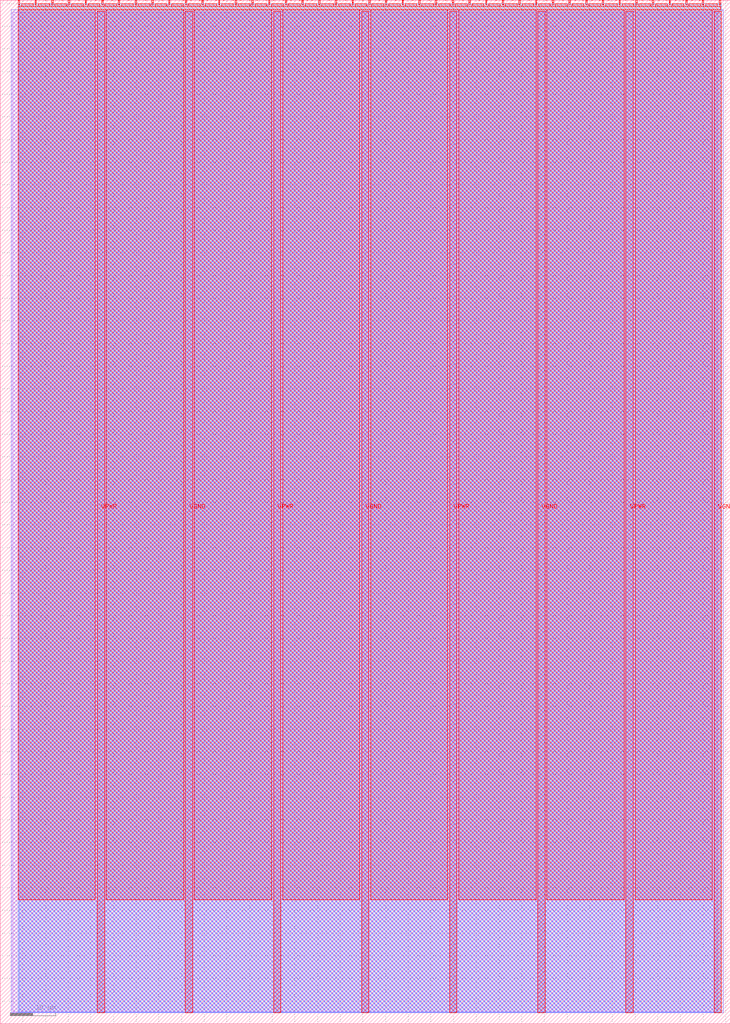
<source format=lef>
VERSION 5.7 ;
  NOWIREEXTENSIONATPIN ON ;
  DIVIDERCHAR "/" ;
  BUSBITCHARS "[]" ;
MACRO tt_um_chisel_pong
  CLASS BLOCK ;
  FOREIGN tt_um_chisel_pong ;
  ORIGIN 0.000 0.000 ;
  SIZE 161.000 BY 225.760 ;
  PIN VGND
    DIRECTION INOUT ;
    USE GROUND ;
    PORT
      LAYER met4 ;
        RECT 40.830 2.480 42.430 223.280 ;
    END
    PORT
      LAYER met4 ;
        RECT 79.700 2.480 81.300 223.280 ;
    END
    PORT
      LAYER met4 ;
        RECT 118.570 2.480 120.170 223.280 ;
    END
    PORT
      LAYER met4 ;
        RECT 157.440 2.480 159.040 223.280 ;
    END
  END VGND
  PIN VPWR
    DIRECTION INOUT ;
    USE POWER ;
    PORT
      LAYER met4 ;
        RECT 21.395 2.480 22.995 223.280 ;
    END
    PORT
      LAYER met4 ;
        RECT 60.265 2.480 61.865 223.280 ;
    END
    PORT
      LAYER met4 ;
        RECT 99.135 2.480 100.735 223.280 ;
    END
    PORT
      LAYER met4 ;
        RECT 138.005 2.480 139.605 223.280 ;
    END
  END VPWR
  PIN clk
    DIRECTION INPUT ;
    USE SIGNAL ;
    ANTENNAGATEAREA 0.852000 ;
    PORT
      LAYER met4 ;
        RECT 154.870 224.760 155.170 225.760 ;
    END
  END clk
  PIN ena
    DIRECTION INPUT ;
    USE SIGNAL ;
    ANTENNAGATEAREA 0.159000 ;
    PORT
      LAYER met4 ;
        RECT 158.550 224.760 158.850 225.760 ;
    END
  END ena
  PIN rst_n
    DIRECTION INPUT ;
    USE SIGNAL ;
    ANTENNAGATEAREA 0.247500 ;
    PORT
      LAYER met4 ;
        RECT 151.190 224.760 151.490 225.760 ;
    END
  END rst_n
  PIN ui_in[0]
    DIRECTION INPUT ;
    USE SIGNAL ;
    ANTENNAGATEAREA 0.196500 ;
    PORT
      LAYER met4 ;
        RECT 147.510 224.760 147.810 225.760 ;
    END
  END ui_in[0]
  PIN ui_in[1]
    DIRECTION INPUT ;
    USE SIGNAL ;
    ANTENNAGATEAREA 0.196500 ;
    PORT
      LAYER met4 ;
        RECT 143.830 224.760 144.130 225.760 ;
    END
  END ui_in[1]
  PIN ui_in[2]
    DIRECTION INPUT ;
    USE SIGNAL ;
    ANTENNAGATEAREA 0.196500 ;
    PORT
      LAYER met4 ;
        RECT 140.150 224.760 140.450 225.760 ;
    END
  END ui_in[2]
  PIN ui_in[3]
    DIRECTION INPUT ;
    USE SIGNAL ;
    ANTENNAGATEAREA 0.196500 ;
    PORT
      LAYER met4 ;
        RECT 136.470 224.760 136.770 225.760 ;
    END
  END ui_in[3]
  PIN ui_in[4]
    DIRECTION INPUT ;
    USE SIGNAL ;
    ANTENNAGATEAREA 0.213000 ;
    PORT
      LAYER met4 ;
        RECT 132.790 224.760 133.090 225.760 ;
    END
  END ui_in[4]
  PIN ui_in[5]
    DIRECTION INPUT ;
    USE SIGNAL ;
    ANTENNAGATEAREA 0.213000 ;
    PORT
      LAYER met4 ;
        RECT 129.110 224.760 129.410 225.760 ;
    END
  END ui_in[5]
  PIN ui_in[6]
    DIRECTION INPUT ;
    USE SIGNAL ;
    PORT
      LAYER met4 ;
        RECT 125.430 224.760 125.730 225.760 ;
    END
  END ui_in[6]
  PIN ui_in[7]
    DIRECTION INPUT ;
    USE SIGNAL ;
    PORT
      LAYER met4 ;
        RECT 121.750 224.760 122.050 225.760 ;
    END
  END ui_in[7]
  PIN uio_in[0]
    DIRECTION INPUT ;
    USE SIGNAL ;
    PORT
      LAYER met4 ;
        RECT 118.070 224.760 118.370 225.760 ;
    END
  END uio_in[0]
  PIN uio_in[1]
    DIRECTION INPUT ;
    USE SIGNAL ;
    PORT
      LAYER met4 ;
        RECT 114.390 224.760 114.690 225.760 ;
    END
  END uio_in[1]
  PIN uio_in[2]
    DIRECTION INPUT ;
    USE SIGNAL ;
    PORT
      LAYER met4 ;
        RECT 110.710 224.760 111.010 225.760 ;
    END
  END uio_in[2]
  PIN uio_in[3]
    DIRECTION INPUT ;
    USE SIGNAL ;
    PORT
      LAYER met4 ;
        RECT 107.030 224.760 107.330 225.760 ;
    END
  END uio_in[3]
  PIN uio_in[4]
    DIRECTION INPUT ;
    USE SIGNAL ;
    PORT
      LAYER met4 ;
        RECT 103.350 224.760 103.650 225.760 ;
    END
  END uio_in[4]
  PIN uio_in[5]
    DIRECTION INPUT ;
    USE SIGNAL ;
    PORT
      LAYER met4 ;
        RECT 99.670 224.760 99.970 225.760 ;
    END
  END uio_in[5]
  PIN uio_in[6]
    DIRECTION INPUT ;
    USE SIGNAL ;
    PORT
      LAYER met4 ;
        RECT 95.990 224.760 96.290 225.760 ;
    END
  END uio_in[6]
  PIN uio_in[7]
    DIRECTION INPUT ;
    USE SIGNAL ;
    PORT
      LAYER met4 ;
        RECT 92.310 224.760 92.610 225.760 ;
    END
  END uio_in[7]
  PIN uio_oe[0]
    DIRECTION OUTPUT TRISTATE ;
    USE SIGNAL ;
    PORT
      LAYER met4 ;
        RECT 29.750 224.760 30.050 225.760 ;
    END
  END uio_oe[0]
  PIN uio_oe[1]
    DIRECTION OUTPUT TRISTATE ;
    USE SIGNAL ;
    PORT
      LAYER met4 ;
        RECT 26.070 224.760 26.370 225.760 ;
    END
  END uio_oe[1]
  PIN uio_oe[2]
    DIRECTION OUTPUT TRISTATE ;
    USE SIGNAL ;
    PORT
      LAYER met4 ;
        RECT 22.390 224.760 22.690 225.760 ;
    END
  END uio_oe[2]
  PIN uio_oe[3]
    DIRECTION OUTPUT TRISTATE ;
    USE SIGNAL ;
    PORT
      LAYER met4 ;
        RECT 18.710 224.760 19.010 225.760 ;
    END
  END uio_oe[3]
  PIN uio_oe[4]
    DIRECTION OUTPUT TRISTATE ;
    USE SIGNAL ;
    PORT
      LAYER met4 ;
        RECT 15.030 224.760 15.330 225.760 ;
    END
  END uio_oe[4]
  PIN uio_oe[5]
    DIRECTION OUTPUT TRISTATE ;
    USE SIGNAL ;
    PORT
      LAYER met4 ;
        RECT 11.350 224.760 11.650 225.760 ;
    END
  END uio_oe[5]
  PIN uio_oe[6]
    DIRECTION OUTPUT TRISTATE ;
    USE SIGNAL ;
    PORT
      LAYER met4 ;
        RECT 7.670 224.760 7.970 225.760 ;
    END
  END uio_oe[6]
  PIN uio_oe[7]
    DIRECTION OUTPUT TRISTATE ;
    USE SIGNAL ;
    PORT
      LAYER met4 ;
        RECT 3.990 224.760 4.290 225.760 ;
    END
  END uio_oe[7]
  PIN uio_out[0]
    DIRECTION OUTPUT TRISTATE ;
    USE SIGNAL ;
    ANTENNAGATEAREA 1.615500 ;
    ANTENNADIFFAREA 0.891000 ;
    PORT
      LAYER met4 ;
        RECT 59.190 224.760 59.490 225.760 ;
    END
  END uio_out[0]
  PIN uio_out[1]
    DIRECTION OUTPUT TRISTATE ;
    USE SIGNAL ;
    ANTENNAGATEAREA 0.285000 ;
    ANTENNADIFFAREA 0.891000 ;
    PORT
      LAYER met4 ;
        RECT 55.510 224.760 55.810 225.760 ;
    END
  END uio_out[1]
  PIN uio_out[2]
    DIRECTION OUTPUT TRISTATE ;
    USE SIGNAL ;
    ANTENNAGATEAREA 1.368000 ;
    ANTENNADIFFAREA 0.891000 ;
    PORT
      LAYER met4 ;
        RECT 51.830 224.760 52.130 225.760 ;
    END
  END uio_out[2]
  PIN uio_out[3]
    DIRECTION OUTPUT TRISTATE ;
    USE SIGNAL ;
    ANTENNADIFFAREA 0.795200 ;
    PORT
      LAYER met4 ;
        RECT 48.150 224.760 48.450 225.760 ;
    END
  END uio_out[3]
  PIN uio_out[4]
    DIRECTION OUTPUT TRISTATE ;
    USE SIGNAL ;
    ANTENNADIFFAREA 0.795200 ;
    PORT
      LAYER met4 ;
        RECT 44.470 224.760 44.770 225.760 ;
    END
  END uio_out[4]
  PIN uio_out[5]
    DIRECTION OUTPUT TRISTATE ;
    USE SIGNAL ;
    ANTENNADIFFAREA 0.795200 ;
    PORT
      LAYER met4 ;
        RECT 40.790 224.760 41.090 225.760 ;
    END
  END uio_out[5]
  PIN uio_out[6]
    DIRECTION OUTPUT TRISTATE ;
    USE SIGNAL ;
    ANTENNADIFFAREA 0.795200 ;
    PORT
      LAYER met4 ;
        RECT 37.110 224.760 37.410 225.760 ;
    END
  END uio_out[6]
  PIN uio_out[7]
    DIRECTION OUTPUT TRISTATE ;
    USE SIGNAL ;
    ANTENNADIFFAREA 0.795200 ;
    PORT
      LAYER met4 ;
        RECT 33.430 224.760 33.730 225.760 ;
    END
  END uio_out[7]
  PIN uo_out[0]
    DIRECTION OUTPUT TRISTATE ;
    USE SIGNAL ;
    ANTENNAGATEAREA 0.247500 ;
    ANTENNADIFFAREA 1.345700 ;
    PORT
      LAYER met4 ;
        RECT 88.630 224.760 88.930 225.760 ;
    END
  END uo_out[0]
  PIN uo_out[1]
    DIRECTION OUTPUT TRISTATE ;
    USE SIGNAL ;
    ANTENNADIFFAREA 0.795200 ;
    PORT
      LAYER met4 ;
        RECT 84.950 224.760 85.250 225.760 ;
    END
  END uo_out[1]
  PIN uo_out[2]
    DIRECTION OUTPUT TRISTATE ;
    USE SIGNAL ;
    ANTENNADIFFAREA 0.795200 ;
    PORT
      LAYER met4 ;
        RECT 81.270 224.760 81.570 225.760 ;
    END
  END uo_out[2]
  PIN uo_out[3]
    DIRECTION OUTPUT TRISTATE ;
    USE SIGNAL ;
    ANTENNADIFFAREA 0.795200 ;
    PORT
      LAYER met4 ;
        RECT 77.590 224.760 77.890 225.760 ;
    END
  END uo_out[3]
  PIN uo_out[4]
    DIRECTION OUTPUT TRISTATE ;
    USE SIGNAL ;
    ANTENNADIFFAREA 0.453750 ;
    PORT
      LAYER met4 ;
        RECT 73.910 224.760 74.210 225.760 ;
    END
  END uo_out[4]
  PIN uo_out[5]
    DIRECTION OUTPUT TRISTATE ;
    USE SIGNAL ;
    ANTENNAGATEAREA 0.213000 ;
    ANTENNADIFFAREA 0.891000 ;
    PORT
      LAYER met4 ;
        RECT 70.230 224.760 70.530 225.760 ;
    END
  END uo_out[5]
  PIN uo_out[6]
    DIRECTION OUTPUT TRISTATE ;
    USE SIGNAL ;
    ANTENNAGATEAREA 0.213000 ;
    ANTENNADIFFAREA 0.924000 ;
    PORT
      LAYER met4 ;
        RECT 66.550 224.760 66.850 225.760 ;
    END
  END uo_out[6]
  PIN uo_out[7]
    DIRECTION OUTPUT TRISTATE ;
    USE SIGNAL ;
    ANTENNADIFFAREA 0.795200 ;
    PORT
      LAYER met4 ;
        RECT 62.870 224.760 63.170 225.760 ;
    END
  END uo_out[7]
  OBS
      LAYER li1 ;
        RECT 2.760 2.635 158.240 223.125 ;
      LAYER met1 ;
        RECT 2.460 2.480 159.460 223.680 ;
      LAYER met2 ;
        RECT 4.230 2.535 159.010 224.925 ;
      LAYER met3 ;
        RECT 3.950 2.555 159.030 224.905 ;
      LAYER met4 ;
        RECT 4.690 224.360 7.270 224.905 ;
        RECT 8.370 224.360 10.950 224.905 ;
        RECT 12.050 224.360 14.630 224.905 ;
        RECT 15.730 224.360 18.310 224.905 ;
        RECT 19.410 224.360 21.990 224.905 ;
        RECT 23.090 224.360 25.670 224.905 ;
        RECT 26.770 224.360 29.350 224.905 ;
        RECT 30.450 224.360 33.030 224.905 ;
        RECT 34.130 224.360 36.710 224.905 ;
        RECT 37.810 224.360 40.390 224.905 ;
        RECT 41.490 224.360 44.070 224.905 ;
        RECT 45.170 224.360 47.750 224.905 ;
        RECT 48.850 224.360 51.430 224.905 ;
        RECT 52.530 224.360 55.110 224.905 ;
        RECT 56.210 224.360 58.790 224.905 ;
        RECT 59.890 224.360 62.470 224.905 ;
        RECT 63.570 224.360 66.150 224.905 ;
        RECT 67.250 224.360 69.830 224.905 ;
        RECT 70.930 224.360 73.510 224.905 ;
        RECT 74.610 224.360 77.190 224.905 ;
        RECT 78.290 224.360 80.870 224.905 ;
        RECT 81.970 224.360 84.550 224.905 ;
        RECT 85.650 224.360 88.230 224.905 ;
        RECT 89.330 224.360 91.910 224.905 ;
        RECT 93.010 224.360 95.590 224.905 ;
        RECT 96.690 224.360 99.270 224.905 ;
        RECT 100.370 224.360 102.950 224.905 ;
        RECT 104.050 224.360 106.630 224.905 ;
        RECT 107.730 224.360 110.310 224.905 ;
        RECT 111.410 224.360 113.990 224.905 ;
        RECT 115.090 224.360 117.670 224.905 ;
        RECT 118.770 224.360 121.350 224.905 ;
        RECT 122.450 224.360 125.030 224.905 ;
        RECT 126.130 224.360 128.710 224.905 ;
        RECT 129.810 224.360 132.390 224.905 ;
        RECT 133.490 224.360 136.070 224.905 ;
        RECT 137.170 224.360 139.750 224.905 ;
        RECT 140.850 224.360 143.430 224.905 ;
        RECT 144.530 224.360 147.110 224.905 ;
        RECT 148.210 224.360 150.790 224.905 ;
        RECT 151.890 224.360 154.470 224.905 ;
        RECT 155.570 224.360 158.150 224.905 ;
        RECT 3.975 223.680 158.865 224.360 ;
        RECT 3.975 27.375 20.995 223.680 ;
        RECT 23.395 27.375 40.430 223.680 ;
        RECT 42.830 27.375 59.865 223.680 ;
        RECT 62.265 27.375 79.300 223.680 ;
        RECT 81.700 27.375 98.735 223.680 ;
        RECT 101.135 27.375 118.170 223.680 ;
        RECT 120.570 27.375 137.605 223.680 ;
        RECT 140.005 27.375 157.040 223.680 ;
  END
END tt_um_chisel_pong
END LIBRARY


</source>
